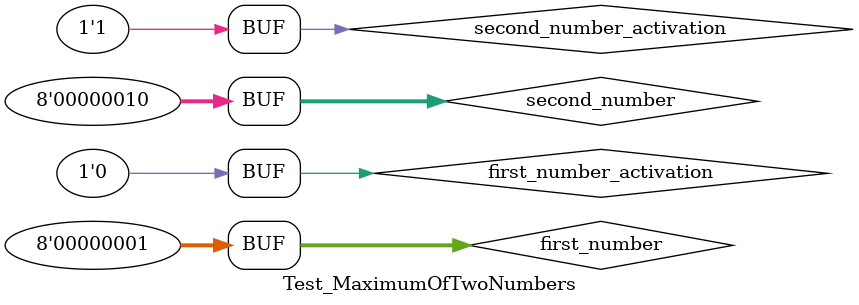
<source format=v>
`timescale 1ns / 1ps

module Test_MaximumOfTwoNumbers;
reg signed [7:0]first_number;
reg first_number_activation;//tells the module if it should consider this number to compare with the other one

reg signed [7:0]second_number;
reg second_number_activation;

wire signed [7:0] minimum;
wire minimum_activation; //tells the socond layr if this minimum valid or not

always
begin 
    #5
    first_number=-1;
    first_number_activation=1;
    second_number=-2;
    second_number_activation=1;
    #2
    first_number=-1;
    first_number_activation=0;
    second_number=-2;
    second_number_activation=0;
    #2
    first_number=1;
    first_number_activation=0;
    second_number=2;
    second_number_activation=1;
end

initial
begin 
    first_number=1;
    first_number_activation=0;
    second_number=-1;
    second_number_activation=1;
    $monitor("%d  %b",minimum,minimum_activation);
end

MaximumC1 _MaximumC1 (first_number,first_number_activation,
                                          second_number,second_number_activation,
                                          minimum,minimum_activation);

endmodule

</source>
